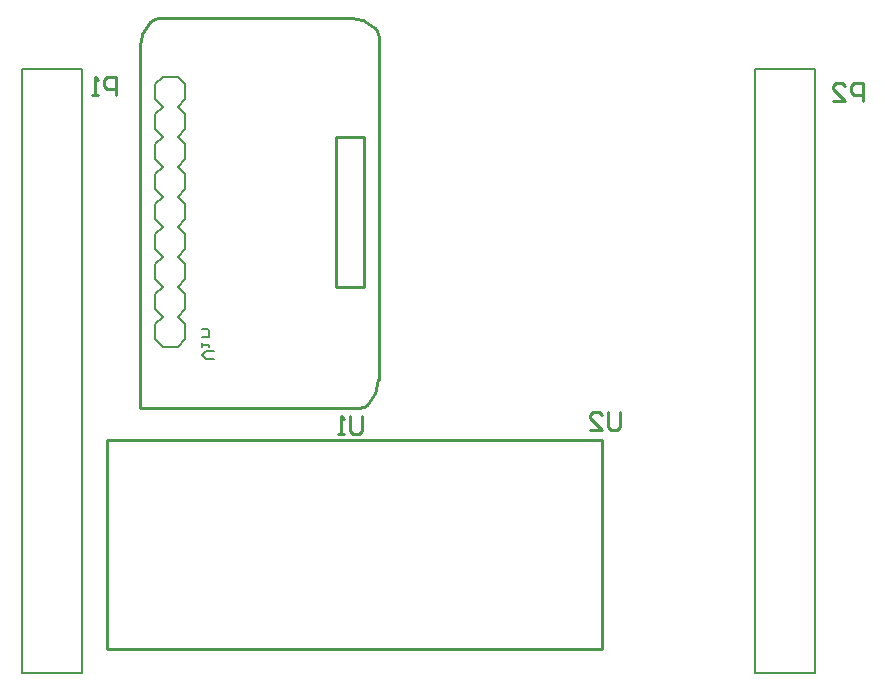
<source format=gbo>
G04 Layer_Color=13813960*
%FSLAX24Y24*%
%MOIN*%
G70*
G01*
G75*
%ADD12C,0.0098*%
%ADD13C,0.0079*%
%ADD31C,0.0100*%
%ADD812C,0.0080*%
%ADD813C,0.0070*%
D12*
X21812Y22441D02*
G03*
X22045Y22537I0J329D01*
G01*
D02*
G03*
X22399Y23391I-854J854D01*
G01*
Y34855D02*
G03*
X22302Y35087I-329J0D01*
G01*
D02*
G03*
X21449Y35441I-854J-854D01*
G01*
X15156D02*
G03*
X14802Y35294I0J-500D01*
G01*
D02*
G03*
X14449Y34441I854J-854D01*
G01*
X14449Y22441D02*
X21812D01*
X22399Y23391D02*
Y34855D01*
X15156Y35441D02*
X21449D01*
X14449Y22441D02*
Y34441D01*
D13*
X12524Y13598D02*
Y33748D01*
X10524Y13598D02*
X12524D01*
X10524D02*
Y33748D01*
X12524D01*
X36933Y13598D02*
Y33748D01*
X34933Y13598D02*
X36933D01*
X34933D02*
Y33748D01*
X36933D01*
D31*
X13346Y14416D02*
Y21366D01*
X29846D01*
X13346Y14416D02*
X29846D01*
Y21366D01*
X20969Y31491D02*
X21929D01*
X20969Y26491D02*
X21929D01*
X20969D02*
Y31491D01*
X21929Y26491D02*
Y31491D01*
X30450Y22320D02*
Y21820D01*
X30350Y21720D01*
X30150D01*
X30050Y21820D01*
Y22320D01*
X29450Y21720D02*
X29850D01*
X29450Y22120D01*
Y22220D01*
X29550Y22320D01*
X29750D01*
X29850Y22220D01*
X13661Y32874D02*
Y33474D01*
X13362D01*
X13262Y33374D01*
Y33174D01*
X13362Y33074D01*
X13661D01*
X13062Y32874D02*
X12862D01*
X12962D01*
Y33474D01*
X13062Y33374D01*
X38533Y32673D02*
Y33273D01*
X38233D01*
X38133Y33173D01*
Y32973D01*
X38233Y32873D01*
X38533D01*
X37533Y32673D02*
X37933D01*
X37533Y33073D01*
Y33173D01*
X37633Y33273D01*
X37833D01*
X37933Y33173D01*
X21850Y22175D02*
Y21675D01*
X21750Y21575D01*
X21550D01*
X21451Y21675D01*
Y22175D01*
X21251Y21575D02*
X21051D01*
X21151D01*
Y22175D01*
X21251Y22075D01*
D812*
X15949Y31741D02*
Y32241D01*
X14949Y24741D02*
Y25241D01*
Y24741D02*
X15199Y24491D01*
X15699D02*
X15949Y24741D01*
X15199Y24491D02*
X15699D01*
X14949Y25741D02*
X15199Y25491D01*
X14949Y25741D02*
Y26241D01*
X15199Y26491D01*
X15699D02*
X15949Y26241D01*
Y25741D02*
Y26241D01*
X15699Y25491D02*
X15949Y25741D01*
X14949Y25241D02*
X15199Y25491D01*
X15699D02*
X15949Y25241D01*
Y24741D02*
Y25241D01*
X14949Y27741D02*
Y28241D01*
Y27741D02*
X15199Y27491D01*
X15699D02*
X15949Y27741D01*
X14949Y26741D02*
X15199Y26491D01*
X14949Y26741D02*
Y27241D01*
X15199Y27491D01*
X15699D02*
X15949Y27241D01*
Y26741D02*
Y27241D01*
X15699Y26491D02*
X15949Y26741D01*
X14949Y28741D02*
X15199Y28491D01*
X14949Y28741D02*
Y29241D01*
X15199Y29491D01*
X15699D02*
X15949Y29241D01*
Y28741D02*
Y29241D01*
X15699Y28491D02*
X15949Y28741D01*
X14949Y28241D02*
X15199Y28491D01*
X15699D02*
X15949Y28241D01*
Y27741D02*
Y28241D01*
X14949Y30741D02*
Y31241D01*
Y30741D02*
X15199Y30491D01*
X15699D02*
X15949Y30741D01*
X14949Y29741D02*
X15199Y29491D01*
X14949Y29741D02*
Y30241D01*
X15199Y30491D01*
X15699D02*
X15949Y30241D01*
Y29741D02*
Y30241D01*
X15699Y29491D02*
X15949Y29741D01*
X14949Y31241D02*
X15199Y31491D01*
X15699D02*
X15949Y31241D01*
Y30741D02*
Y31241D01*
X15699Y32491D02*
X15949Y32241D01*
X14949D02*
X15199Y32491D01*
X15699Y31491D02*
X15949Y31741D01*
X14949D02*
X15199Y31491D01*
X14949Y31741D02*
Y32241D01*
X15949Y32741D02*
Y33241D01*
X15699Y33491D02*
X15949Y33241D01*
X15199Y33491D02*
X15699D01*
X14949Y33241D02*
X15199Y33491D01*
X15699Y32491D02*
X15949Y32741D01*
X14949D02*
X15199Y32491D01*
X14949Y32741D02*
Y33241D01*
D813*
X16899Y24091D02*
X16632D01*
X16499Y24224D01*
X16632Y24358D01*
X16899D01*
X16499Y24491D02*
Y24624D01*
Y24557D01*
X16765D01*
Y24491D01*
X16499Y24824D02*
X16765D01*
Y25024D01*
X16699Y25091D01*
X16499D01*
M02*

</source>
